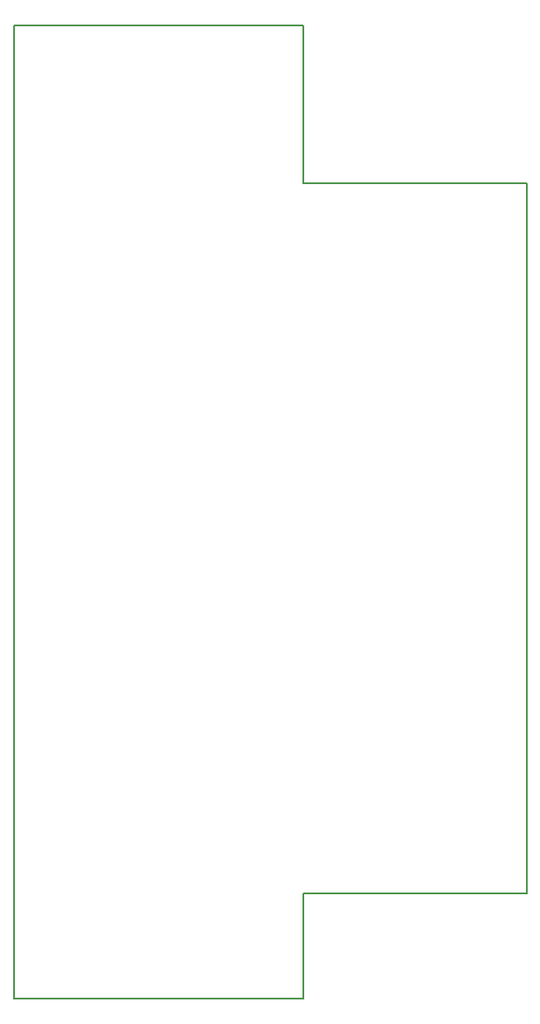
<source format=gm1>
%TF.GenerationSoftware,KiCad,Pcbnew,7.0.8*%
%TF.CreationDate,2023-12-20T10:37:59-05:00*%
%TF.ProjectId,gba-umd,6762612d-756d-4642-9e6b-696361645f70,rev?*%
%TF.SameCoordinates,PX7cc0090PY8eeaea0*%
%TF.FileFunction,Profile,NP*%
%FSLAX46Y46*%
G04 Gerber Fmt 4.6, Leading zero omitted, Abs format (unit mm)*
G04 Created by KiCad (PCBNEW 7.0.8) date 2023-12-20 10:37:59*
%MOMM*%
%LPD*%
G01*
G04 APERTURE LIST*
%TA.AperFunction,Profile*%
%ADD10C,0.177800*%
%TD*%
G04 APERTURE END LIST*
D10*
X49530000Y78740000D02*
X27940000Y78740000D01*
X27940000Y78740000D02*
X27940000Y93980000D01*
X0Y0D02*
X0Y93980000D01*
X49530000Y10160000D02*
X49530000Y78740000D01*
X27940000Y10160000D02*
X49530000Y10160000D01*
X27940000Y0D02*
X27940000Y10160000D01*
X27940000Y93980000D02*
X0Y93980000D01*
X0Y0D02*
X27940000Y0D01*
M02*

</source>
